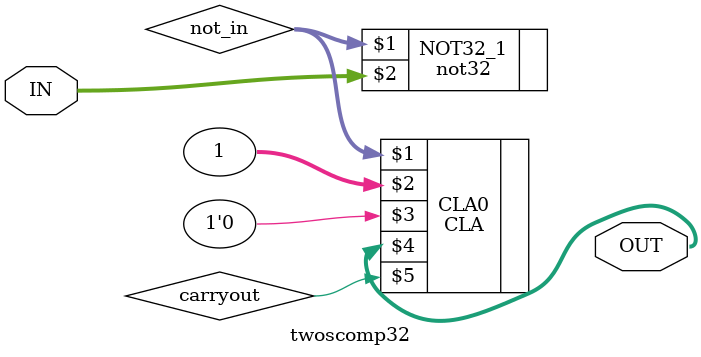
<source format=v>
`include"not32.v"
`include"cla.v"

module twoscomp32(OUT, IN);

input [31:0] IN;
output [31:0] OUT;

wire [31:0] not_in;
wire [31:0] sum;
wire carryout;

not32 NOT32_1(not_in, IN);

CLA CLA0(not_in, 32'b1, 1'b0, OUT, carryout);

endmodule
</source>
